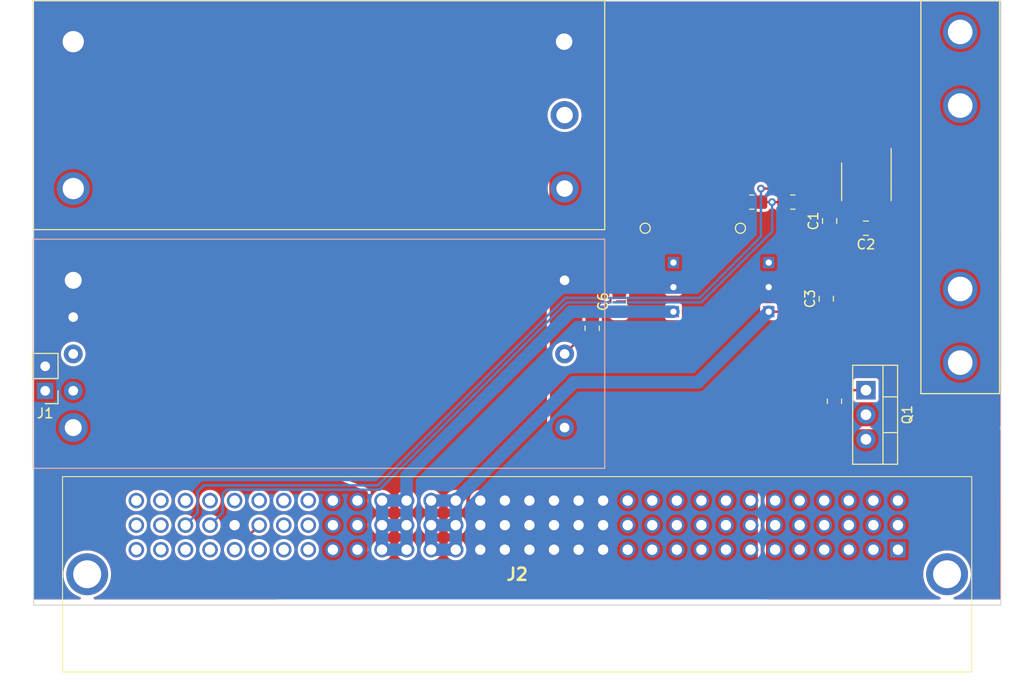
<source format=kicad_pcb>
(kicad_pcb (version 20221018) (generator pcbnew)
  (layers (0 "F.Cu" signal) (31 "B.Cu" signal) (34 "B.Paste" user) (35 "F.Paste" user) (36 "B.SilkS" user "B.Silkscreen") (37 "F.SilkS" user "F.Silkscreen") (38 "B.Mask" user) (39 "F.Mask" user) (44 "Edge.Cuts" user))
  (net 0 "")
  (net 1 "/V_POWER")
  (net 2 "+24V")
  (net 3 "/VBATT")
  (net 4 "Net-(20A1-1)")
  (net 5 "+12V")
  (net 6 "+5V")
  (net 7 "+3.3V")
  (net 8 "12V_Jetson")
  (net 19 "SW2")
  (net 20 "SW1")
  (net 21 "SDA")
  (net 22 "SCL")
  (net 30 "Net-(INPT_CRRNT_SNSR1-FILTER)")
  (net 34 "Net-(U2-ON{slash}OFF)")
  (net 35 "DAT1")
  (net 36 "DAT2")
  (footprint "Custom:1.25__FUSECLIPS" (layer "F.Cu") (at 245.9 69.3 90)
    (fp_text reference "20A1" hide)
    (fp_text value "Fuse")
    (fp_line (start -20.32 -4.064) (end 20.32 -4.064) (stroke (width 0.127)) (layer "F.SilkS"))
    (fp_line (start -20.32 4.064) (end -20.32 -4.064) (stroke (width 0.127)) (layer "F.SilkS"))
    (fp_line (start 20.32 -4.064) (end 20.32 4.064) (stroke (width 0.127)) (layer "F.SilkS"))
    (fp_line (start 20.32 4.064) (end -20.32 4.064) (stroke (width 0.127)) (layer "F.SilkS"))
    (pad "P$1" thru_hole circle (at -17.1069 0 90) (size 3.556 3.556) (drill 2.54) (layers "*.Cu" "*.Mask") (net 4 "Net-(20A1-1)"))
    (pad "P$1" thru_hole circle (at -9.4869 0 90) (size 3.556 3.556) (drill 2.54) (layers "*.Cu" "*.Mask") (net 4 "Net-(20A1-1)"))
    (pad "P$2" thru_hole circle (at 9.4869 0 90) (size 3.556 3.556) (drill 2.54) (layers "*.Cu" "*.Mask") (net 3 "/VBATT"))
    (pad "P$2" thru_hole circle (at 17.1069 0 90) (size 3.556 3.556) (drill 2.54) (layers "*.Cu" "*.Mask") (net 3 "/VBATT"))
  )
  (footprint "Custom:240W_CONV" (layer "F.Cu") (at 205 68.4 90)
    (fp_text reference "U1" hide)
    (fp_text value "~" hide)
    (fp_rect (start -4.25 -54.95) (end 19.45 4.15) (stroke (width 0.12)) (fill none) (layer "F.SilkS"))
    (pad "1" thru_hole circle (at 0 0 90) (size 2.9 2.9) (drill 1.7) (layers "*.Cu" "*.Mask") (net 1 "/V_POWER"))
    (pad "2" thru_hole circle (at 7.6 0 90) (size 2.9 2.9) (drill 1.7) (layers "*.Cu" "*.Mask"))
    (pad "3" thru_hole circle (at 15.2 -0.0508 90) (size 2.9 2.9) (drill 1.7) (layers "*.Cu" "*.Mask") (net 20 "SW1"))
    (pad "4" thru_hole circle (at 15.2 -50.8 90) (size 3.4 3.4) (drill 2.2) (layers "*.Cu" "*.Mask") (net 20 "SW1"))
    (pad "8" thru_hole circle (at 0 -50.8 90) (size 3.4 3.4) (drill 2.2) (layers "*.Cu" "*.Mask") (net 5 "+12V"))
  )
  (footprint "Capacitor_SMD:C_0805_2012Metric_Pad1.18x1.45mm_HandSolder" (layer "F.Cu") (at 232.4 71.75 90)
    (fp_text reference "C1" (at 0 -1.68 90) (layer "F.SilkS"))
    (fp_text value "47n")
    (fp_line (start -0.261252 -0.735) (end 0.261252 -0.735) (stroke (width 0.12)) (layer "F.SilkS"))
    (fp_line (start -0.261252 0.735) (end 0.261252 0.735) (stroke (width 0.12)) (layer "F.SilkS"))
    (pad "1" smd roundrect (at -1.0375 0 90) (size 1.175 1.45) (layers "F.Cu" "F.Paste" "F.Mask") (roundrect_rratio 0.2127659574) (net 30 "Net-(INPT_CRRNT_SNSR1-FILTER)"))
    (pad "2" smd roundrect (at 1.0375 0 90) (size 1.175 1.45) (layers "F.Cu" "F.Paste" "F.Mask") (roundrect_rratio 0.2127659574) (net 20 "SW1"))
  )
  (footprint "Package_SO:SOIC-8_3.9x4.9mm_P1.27mm" (layer "F.Cu") (at 236.2 67.7 -90)
    (fp_text reference "INPT_CRRNT_SNSR1" hide)
    (fp_text value "TMCS1101A4B")
    (fp_line (start 0 -2.56) (end -3.45 -2.56) (stroke (width 0.12)) (layer "F.SilkS"))
    (fp_line (start 0 -2.56) (end 1.95 -2.56) (stroke (width 0.12)) (layer "F.SilkS"))
    (fp_line (start 0 2.56) (end -1.95 2.56) (stroke (width 0.12)) (layer "F.SilkS"))
    (fp_line (start 0 2.56) (end 1.95 2.56) (stroke (width 0.12)) (layer "F.SilkS"))
    (pad "1" smd roundrect (at -2.475 -1.905 270) (size 1.95 0.6) (layers "F.Cu" "F.Paste" "F.Mask") (net 3 "/VBATT"))
    (pad "1" smd roundrect (at -2.475 -0.635 270) (size 1.95 0.6) (layers "F.Cu" "F.Paste" "F.Mask") (net 3 "/VBATT"))
    (pad "3" smd roundrect (at -2.475 0.635 270) (size 1.95 0.6) (layers "F.Cu" "F.Paste" "F.Mask") (net 1 "/V_POWER"))
    (pad "3" smd roundrect (at -2.475 1.905 270) (size 1.95 0.6) (layers "F.Cu" "F.Paste" "F.Mask") (net 1 "/V_POWER"))
    (pad "5" smd roundrect (at 2.475 1.905 270) (size 1.95 0.6) (layers "F.Cu" "F.Paste" "F.Mask") (net 20 "SW1"))
    (pad "6" smd roundrect (at 2.475 0.635 270) (size 1.95 0.6) (layers "F.Cu" "F.Paste" "F.Mask") (net 30 "Net-(INPT_CRRNT_SNSR1-FILTER)"))
    (pad "7" smd roundrect (at 2.475 -0.635 270) (size 1.95 0.6) (layers "F.Cu" "F.Paste" "F.Mask") (net 36 "DAT2"))
    (pad "8" smd roundrect (at 2.475 -1.905 270) (size 1.95 0.6) (layers "F.Cu" "F.Paste" "F.Mask") (net 6 "+5V"))
  )
  (footprint "Capacitor_SMD:C_0805_2012Metric_Pad1.18x1.45mm_HandSolder" (layer "F.Cu") (at 236.15 72.5 180)
    (fp_text reference "C2" (at 0 -1.68) (layer "F.SilkS"))
    (fp_text value "0.1u")
    (fp_line (start -0.261252 -0.735) (end 0.261252 -0.735) (stroke (width 0.12)) (layer "F.SilkS"))
    (fp_line (start -0.261252 0.735) (end 0.261252 0.735) (stroke (width 0.12)) (layer "F.SilkS"))
    (pad "1" smd roundrect (at -1.0375 0 180) (size 1.175 1.45) (layers "F.Cu" "F.Paste" "F.Mask") (roundrect_rratio 0.2127659574) (net 6 "+5V"))
    (pad "2" smd roundrect (at 1.0375 0 180) (size 1.175 1.45) (layers "F.Cu" "F.Paste" "F.Mask") (roundrect_rratio 0.2127659574) (net 20 "SW1"))
  )
  (footprint "Package_TO_SOT_THT:TO-220-3_Vertical" (layer "F.Cu") (at 236.155 89.26 -90)
    (fp_text reference "Q1" (at 2.54 -4.27 90) (layer "F.SilkS"))
    (fp_text value "FQPF27P06")
    (fp_line (start -2.58 -3.27) (end -2.58 1.371) (stroke (width 0.12)) (layer "F.SilkS"))
    (fp_line (start -2.58 -3.27) (end 7.66 -3.27) (stroke (width 0.12)) (layer "F.SilkS"))
    (fp_line (start -2.58 -1.76) (end 7.66 -1.76) (stroke (width 0.12)) (layer "F.SilkS"))
    (fp_line (start -2.58 1.371) (end 7.66 1.371) (stroke (width 0.12)) (layer "F.SilkS"))
    (fp_line (start 0.69 -3.27) (end 0.69 -1.76) (stroke (width 0.12)) (layer "F.SilkS"))
    (fp_line (start 4.391 -3.27) (end 4.391 -1.76) (stroke (width 0.12)) (layer "F.SilkS"))
    (fp_line (start 7.66 -3.27) (end 7.66 1.371) (stroke (width 0.12)) (layer "F.SilkS"))
    (pad "1" thru_hole rect (at 0 0 270) (size 1.905 2) (drill 1.1) (layers "*.Cu" "*.Mask") (net 19 "SW2"))
    (pad "2" thru_hole oval (at 2.54 0 270) (size 1.905 2) (drill 1.1) (layers "*.Cu" "*.Mask") (net 4 "Net-(20A1-1)"))
    (pad "3" thru_hole oval (at 5.08 0 270) (size 1.905 2) (drill 1.1) (layers "*.Cu" "*.Mask") (net 2 "+24V"))
  )
  (footprint "Resistor_SMD:R_0805_2012Metric_Pad1.20x1.40mm_HandSolder" (layer "F.Cu") (at 224.35 69.8)
    (fp_text reference "VDIV1(R)1" hide)
    (fp_text value "90kO")
    (fp_line (start -0.227064 -0.735) (end 0.227064 -0.735) (stroke (width 0.12)) (layer "F.SilkS"))
    (fp_line (start -0.227064 0.735) (end 0.227064 0.735) (stroke (width 0.12)) (layer "F.SilkS"))
    (pad "1" smd roundrect (at -1 0) (size 1.2 1.4) (layers "F.Cu" "F.Paste" "F.Mask") (roundrect_rratio 0.2083333333) (net 1 "/V_POWER"))
    (pad "2" smd roundrect (at 1 0) (size 1.2 1.4) (layers "F.Cu" "F.Paste" "F.Mask") (roundrect_rratio 0.2083333333) (net 35 "DAT1"))
  )
  (footprint "Custom:6509475" (layer "F.Cu") (at 239.462617 105.762442)
    (fp_text reference "J2" (at -39.37 2.545) (layer "F.SilkS") (effects (font (size 1.27 1.27) (thickness 0.254))))
    (fp_text value "~" hide)
    (fp_line (start -86.37 -7.56) (end 7.63 -7.56) (stroke (width 0.1)) (layer "F.SilkS"))
    (fp_line (start -86.37 12.65) (end -86.37 -7.56) (stroke (width 0.1)) (layer "F.SilkS"))
    (fp_line (start 7.63 -7.56) (end 7.63 12.65) (stroke (width 0.1)) (layer "F.SilkS"))
    (fp_line (start 7.63 12.65) (end -86.37 12.65) (stroke (width 0.1)) (layer "F.SilkS"))
    (pad "A1" thru_hole rect (at 0 0) (size 1.605 1.605) (drill 1.07) (layers "*.Cu" "*.Mask") (net 2 "+24V"))
    (pad "A2" thru_hole circle (at -2.54 0) (size 1.605 1.605) (drill 1.07) (layers "*.Cu" "*.Mask") (net 2 "+24V"))
    (pad "A3" thru_hole circle (at -5.08 0) (size 1.605 1.605) (drill 1.07) (layers "*.Cu" "*.Mask") (net 2 "+24V"))
    (pad "A4" thru_hole circle (at -7.62 0) (size 1.605 1.605) (drill 1.07) (layers "*.Cu" "*.Mask") (net 2 "+24V"))
    (pad "A5" thru_hole circle (at -10.16 0) (size 1.605 1.605) (drill 1.07) (layers "*.Cu" "*.Mask") (net 2 "+24V"))
    (pad "A6" thru_hole circle (at -12.7 0) (size 1.605 1.605) (drill 1.07) (layers "*.Cu" "*.Mask") (net 2 "+24V"))
    (pad "A7" thru_hole circle (at -15.24 0) (size 1.605 1.605) (drill 1.07) (layers "*.Cu" "*.Mask") (net 5 "+12V"))
    (pad "A8" thru_hole circle (at -17.78 0) (size 1.605 1.605) (drill 1.07) (layers "*.Cu" "*.Mask") (net 5 "+12V"))
    (pad "A9" thru_hole circle (at -20.32 0) (size 1.605 1.605) (drill 1.07) (layers "*.Cu" "*.Mask") (net 5 "+12V"))
    (pad "A10" thru_hole circle (at -22.86 0) (size 1.605 1.605) (drill 1.07) (layers "*.Cu" "*.Mask") (net 5 "+12V"))
    (pad "A11" thru_hole circle (at -25.4 0) (size 1.605 1.605) (drill 1.07) (layers "*.Cu" "*.Mask") (net 5 "+12V"))
    (pad "A12" thru_hole circle (at -27.94 0) (size 1.605 1.605) (drill 1.07) (layers "*.Cu" "*.Mask") (net 5 "+12V"))
    (pad "A13" thru_hole circle (at -30.48 0) (size 1.605 1.605) (drill 1.07) (layers "*.Cu" "*.Mask") (net 20 "SW1"))
    (pad "A14" thru_hole circle (at -33.02 0) (size 1.605 1.605) (drill 1.07) (layers "*.Cu" "*.Mask") (net 20 "SW1"))
    (pad "A15" thru_hole circle (at -35.56 0) (size 1.605 1.605) (drill 1.07) (layers "*.Cu" "*.Mask") (net 20 "SW1"))
    (pad "A16" thru_hole circle (at -38.1 0) (size 1.605 1.605) (drill 1.07) (layers "*.Cu" "*.Mask") (net 20 "SW1"))
    (pad "A17" thru_hole circle (at -40.64 0) (size 1.605 1.605) (drill 1.07) (layers "*.Cu" "*.Mask") (net 20 "SW1"))
    (pad "A18" thru_hole circle (at -43.18 0) (size 1.605 1.605) (drill 1.07) (layers "*.Cu" "*.Mask") (net 20 "SW1"))
    (pad "A19" thru_hole circle (at -45.72 0) (size 1.605 1.605) (drill 1.07) (layers "*.Cu" "*.Mask") (net 6 "+5V"))
    (pad "A20" thru_hole circle (at -48.26 0) (size 1.605 1.605) (drill 1.07) (layers "*.Cu" "*.Mask") (net 6 "+5V"))
    (pad "A21" thru_hole circle (at -50.8 0) (size 1.605 1.605) (drill 1.07) (layers "*.Cu" "*.Mask") (net 7 "+3.3V"))
    (pad "A22" thru_hole circle (at -53.34 0) (size 1.605 1.605) (drill 1.07) (layers "*.Cu" "*.Mask") (net 7 "+3.3V"))
    (pad "A23" thru_hole circle (at -55.88 0) (size 1.605 1.605) (drill 1.07) (layers "*.Cu" "*.Mask") (net 8 "12V_Jetson"))
    (pad "A24" thru_hole circle (at -58.42 0) (size 1.605 1.605) (drill 1.07) (layers "*.Cu" "*.Mask") (net 8 "12V_Jetson"))
    (pad "A25" thru_hole circle (at -60.96 0) (size 1.605 1.605) (drill 1.07) (layers "*.Cu" "*.Mask"))
    (pad "A26" thru_hole circle (at -63.5 0) (size 1.605 1.605) (drill 1.07) (layers "*.Cu" "*.Mask"))
    (pad "A27" thru_hole circle (at -66.04 0) (size 1.605 1.605) (drill 1.07) (layers "*.Cu" "*.Mask"))
    (pad "A28" thru_hole circle (at -68.58 0) (size 1.605 1.605) (drill 1.07) (layers "*.Cu" "*.Mask"))
    (pad "A29" thru_hole circle (at -71.12 0) (size 1.605 1.605) (drill 1.07) (layers "*.Cu" "*.Mask"))
    (pad "A30" thru_hole circle (at -73.66 0) (size 1.605 1.605) (drill 1.07) (layers "*.Cu" "*.Mask"))
    (pad "A31" thru_hole circle (at -76.2 0) (size 1.605 1.605) (drill 1.07) (layers "*.Cu" "*.Mask"))
    (pad "A32" thru_hole circle (at -78.74 0) (size 1.605 1.605) (drill 1.07) (layers "*.Cu" "*.Mask"))
    (pad "B1" thru_hole circle (at 0 -2.54) (size 1.605 1.605) (drill 1.07) (layers "*.Cu" "*.Mask") (net 2 "+24V"))
    (pad "B2" thru_hole circle (at -2.54 -2.54) (size 1.605 1.605) (drill 1.07) (layers "*.Cu" "*.Mask") (net 2 "+24V"))
    (pad "B3" thru_hole circle (at -5.08 -2.54) (size 1.605 1.605) (drill 1.07) (layers "*.Cu" "*.Mask") (net 2 "+24V"))
    (pad "B4" thru_hole circle (at -7.62 -2.54) (size 1.605 1.605) (drill 1.07) (layers "*.Cu" "*.Mask") (net 2 "+24V"))
    (pad "B5" thru_hole circle (at -10.16 -2.54) (size 1.605 1.605) (drill 1.07) (layers "*.Cu" "*.Mask") (net 2 "+24V"))
    (pad "B6" thru_hole circle (at -12.7 -2.54) (size 1.605 1.605) (drill 1.07) (layers "*.Cu" "*.Mask") (net 2 "+24V"))
    (pad "B7" thru_hole circle (at -15.24 -2.54) (size 1.605 1.605) (drill 1.07) (layers "*.Cu" "*.Mask") (net 5 "+12V"))
    (pad "B8" thru_hole circle (at -17.78 -2.54) (size 1.605 1.605) (drill 1.07) (layers "*.Cu" "*.Mask") (net 5 "+12V"))
    (pad "B9" thru_hole circle (at -20.32 -2.54) (size 1.605 1.605) (drill 1.07) (layers "*.Cu" "*.Mask") (net 5 "+12V"))
    (pad "B10" thru_hole circle (at -22.86 -2.54) (size 1.605 1.605) (drill 1.07) (layers "*.Cu" "*.Mask") (net 5 "+12V"))
    (pad "B11" thru_hole circle (at -25.4 -2.54) (size 1.605 1.605) (drill 1.07) (layers "*.Cu" "*.Mask") (net 5 "+12V"))
    (pad "B12" thru_hole circle (at -27.94 -2.54) (size 1.605 1.605) (drill 1.07) (layers "*.Cu" "*.Mask") (net 5 "+12V"))
    (pad "B13" thru_hole circle (at -30.48 -2.54) (size 1.605 1.605) (drill 1.07) (layers "*.Cu" "*.Mask") (net 20 "SW1"))
    (pad "B14" thru_hole circle (at -33.02 -2.54) (size 1.605 1.605) (drill 1.07) (layers "*.Cu" "*.Mask") (net 20 "SW1"))
    (pad "B15" thru_hole circle (at -35.56 -2.54) (size 1.605 1.605) (drill 1.07) (layers "*.Cu" "*.Mask") (net 20 "SW1"))
    (pad "B16" thru_hole circle (at -38.1 -2.54) (size 1.605 1.605) (drill 1.07) (layers "*.Cu" "*.Mask") (net 20 "SW1"))
    (pad "B17" thru_hole circle (at -40.64 -2.54) (size 1.605 1.605) (drill 1.07) (layers "*.Cu" "*.Mask") (net 20 "SW1"))
    (pad "B18" thru_hole circle (at -43.18 -2.54) (size 1.605 1.605) (drill 1.07) (layers "*.Cu" "*.Mask") (net 20 "SW1"))
    (pad "B19" thru_hole circle (at -45.72 -2.54) (size 1.605 1.605) (drill 1.07) (layers "*.Cu" "*.Mask") (net 6 "+5V"))
    (pad "B20" thru_hole circle (at -48.26 -2.54) (size 1.605 1.605) (drill 1.07) (layers "*.Cu" "*.Mask") (net 6 "+5V"))
    (pad "B21" thru_hole circle (at -50.8 -2.54) (size 1.605 1.605) (drill 1.07) (layers "*.Cu" "*.Mask") (net 7 "+3.3V"))
    (pad "B22" thru_hole circle (at -53.34 -2.54) (size 1.605 1.605) (drill 1.07) (layers "*.Cu" "*.Mask") (net 7 "+3.3V"))
    (pad "B23" thru_hole circle (at -55.88 -2.54) (size 1.605 1.605) (drill 1.07) (layers "*.Cu" "*.Mask") (net 8 "12V_Jetson"))
    (pad "B24" thru_hole circle (at -58.42 -2.54) (size 1.605 1.605) (drill 1.07) (layers "*.Cu" "*.Mask") (net 8 "12V_Jetson"))
    (pad "B25" thru_hole circle (at -60.96 -2.54) (size 1.605 1.605) (drill 1.07) (layers "*.Cu" "*.Mask"))
    (pad "B26" thru_hole circle (at -63.5 -2.54) (size 1.605 1.605) (drill 1.07) (layers "*.Cu" "*.Mask"))
    (pad "B27" thru_hole circle (at -66.04 -2.54) (size 1.605 1.605) (drill 1.07) (layers "*.Cu" "*.Mask") (net 19 "SW2"))
    (pad "B28" thru_hole circle (at -68.58 -2.54) (size 1.605 1.605) (drill 1.07) (layers "*.Cu" "*.Mask") (net 20 "SW1"))
    (pad "B29" thru_hole circle (at -71.12 -2.54) (size 1.605 1.605) (drill 1.07) (layers "*.Cu" "*.Mask") (net 35 "DAT1"))
    (pad "B30" thru_hole circle (at -73.66 -2.54) (size 1.605 1.605) (drill 1.07) (layers "*.Cu" "*.Mask") (net 36 "DAT2"))
    (pad "B31" thru_hole circle (at -76.2 -2.54) (size 1.605 1.605) (drill 1.07) (layers "*.Cu" "*.Mask") (net 21 "SDA"))
    (pad "B32" thru_hole circle (at -78.74 -2.54) (size 1.605 1.605) (drill 1.07) (layers "*.Cu" "*.Mask") (net 22 "SCL"))
    (pad "C1" thru_hole circle (at 0 -5.08) (size 1.605 1.605) (drill 1.07) (layers "*.Cu" "*.Mask") (net 2 "+24V"))
    (pad "C2" thru_hole circle (at -2.54 -5.08) (size 1.605 1.605) (drill 1.07) (layers "*.Cu" "*.Mask") (net 2 "+24V"))
    (pad "C3" thru_hole circle (at -5.08 -5.08) (size 1.605 1.605) (drill 1.07) (layers "*.Cu" "*.Mask") (net 2 "+24V"))
    (pad "C4" thru_hole circle (at -7.62 -5.08) (size 1.605 1.605) (drill 1.07) (layers "*.Cu" "*.Mask") (net 2 "+24V"))
    (pad "C5" thru_hole circle (at -10.16 -5.08) (size 1.605 1.605) (drill 1.07) (layers "*.Cu" "*.Mask") (net 2 "+24V"))
    (pad "C6" thru_hole circle (at -12.7 -5.08) (size 1.605 1.605) (drill 1.07) (layers "*.Cu" "*.Mask") (net 2 "+24V"))
    (pad "C7" thru_hole circle (at -15.24 -5.08) (size 1.605 1.605) (drill 1.07) (layers "*.Cu" "*.Mask") (net 5 "+12V"))
    (pad "C8" thru_hole circle (at -17.78 -5.08) (size 1.605 1.605) (drill 1.07) (layers "*.Cu" "*.Mask") (net 5 "+12V"))
    (pad "C9" thru_hole circle (at -20.32 -5.08) (size 1.605 1.605) (drill 1.07) (layers "*.Cu" "*.Mask") (net 5 "+12V"))
    (pad "C10" thru_hole circle (at -22.86 -5.08) (size 1.605 1.605) (drill 1.07) (layers "*.Cu" "*.Mask") (net 5 "+12V"))
    (pad "C11" thru_hole circle (at -25.4 -5.08) (size 1.605 1.605) (drill 1.07) (layers "*.Cu" "*.Mask") (net 5 "+12V"))
    (pad "C12" thru_hole circle (at -27.94 -5.08) (size 1.605 1.605) (drill 1.07) (layers "*.Cu" "*.Mask") (net 5 "+12V"))
    (pad "C13" thru_hole circle (at -30.48 -5.08) (size 1.605 1.605) (drill 1.07) (layers "*.Cu" "*.Mask") (net 20 "SW1"))
    (pad "C14" thru_hole circle (at -33.02 -5.08) (size 1.605 1.605) (drill 1.07) (layers "*.Cu" "*.Mask") (net 20 "SW1"))
    (pad "C15" thru_hole circle (at -35.56 -5.08) (size 1.605 1.605) (drill 1.07) (layers "*.Cu" "*.Mask") (net 20 "SW1"))
    (pad "C16" thru_hole circle (at -38.1 -5.08) (size 1.605 1.605) (drill 1.07) (layers "*.Cu" "*.Mask") (net 20 "SW1"))
    (pad "C17" thru_hole circle (at -40.64 -5.08) (size 1.605 1.605) (drill 1.07) (layers "*.Cu" "*.Mask") (net 20 "SW1"))
    (pad "C18" thru_hole circle (at -43.18 -5.08) (size 1.605 1.605) (drill 1.07) (layers "*.Cu" "*.Mask") (net 20 "SW1"))
    (pad "C19" thru_hole circle (at -45.72 -5.08) (size 1.605 1.605) (drill 1.07) (layers "*.Cu" "*.Mask") (net 6 "+5V"))
    (pad "C20" thru_hole circle (at -48.26 -5.08) (size 1.605 1.605) (drill 1.07) (layers "*.Cu" "*.Mask") (net 6 "+5V"))
    (pad "C21" thru_hole circle (at -50.8 -5.08) (size 1.605 1.605) (drill 1.07) (layers "*.Cu" "*.Mask") (net 7 "+3.3V"))
    (pad "C22" thru_hole circle (at -53.34 -5.08) (size 1.605 1.605) (drill 1.07) (layers "*.Cu" "*.Mask") (net 7 "+3.3V"))
    (pad "C23" thru_hole circle (at -55.88 -5.08) (size 1.605 1.605) (drill 1.07) (layers "*.Cu" "*.Mask") (net 8 "12V_Jetson"))
    (pad "C24" thru_hole circle (at -58.42 -5.08) (size 1.605 1.605) (drill 1.07) (layers "*.Cu" "*.Mask") (net 8 "12V_Jetson"))
    (pad "C25" thru_hole circle (at -60.96 -5.08) (size 1.605 1.605) (drill 1.07) (layers "*.Cu" "*.Mask"))
    (pad "C26" thru_hole circle (at -63.5 -5.08) (size 1.605 1.605) (drill 1.07) (layers "*.Cu" "*.Mask"))
    (pad "C27" thru_hole circle (at -66.04 -5.08) (size 1.605 1.605) (drill 1.07) (layers "*.Cu" "*.Mask"))
    (pad "C28" thru_hole circle (at -68.58 -5.08) (size 1.605 1.605) (drill 1.07) (layers "*.Cu" "*.Mask"))
    (pad "C29" thru_hole circle (at -71.12 -5.08) (size 1.605 1.605) (drill 1.07) (layers "*.Cu" "*.Mask"))
    (pad "C30" thru_hole circle (at -73.66 -5.08) (size 1.605 1.605) (drill 1.07) (layers "*.Cu" "*.Mask"))
    (pad "C31" thru_hole circle (at -76.2 -5.08) (size 1.605 1.605) (drill 1.07) (layers "*.Cu" "*.Mask"))
    (pad "C32" thru_hole circle (at -78.74 -5.08) (size 1.605 1.605) (drill 1.07) (layers "*.Cu" "*.Mask"))
    (pad "MH1" thru_hole circle (at 5.08 2.54) (size 4.335 4.335) (drill 2.89) (layers "*.Cu" "*.Mask"))
    (pad "MH2" thru_hole circle (at -83.82 2.54) (size 4.335 4.335) (drill 2.89) (layers "*.Cu" "*.Mask"))
  )
  (footprint "Resistor_SMD:R_0805_2012Metric_Pad1.20x1.40mm_HandSolder" (layer "F.Cu") (at 232.9 90.4 90)
    (fp_text reference "RSW1" hide)
    (fp_text value "10kO")
    (fp_line (start -0.227064 -0.735) (end 0.227064 -0.735) (stroke (width 0.12)) (layer "F.SilkS"))
    (fp_line (start -0.227064 0.735) (end 0.227064 0.735) (stroke (width 0.12)) (layer "F.SilkS"))
    (pad "1" smd roundrect (at -1 0 90) (size 1.2 1.4) (layers "F.Cu" "F.Paste" "F.Mask") (roundrect_rratio 0.2083333333) (net 2 "+24V"))
    (pad "2" smd roundrect (at 1 0 90) (size 1.2 1.4) (layers "F.Cu" "F.Paste" "F.Mask") (roundrect_rratio 0.2083333333) (net 19 "SW2"))
  )
  (footprint "Custom:TSR2" (layer "F.Cu") (at 216.25 78.6 -90)
    (fp_text reference "DC/DC_CNVRT2" hide)
    (fp_text value "TSR2-2433" hide)
    (fp_circle (center -6.096 2.921) (end -5.572366 2.921) (stroke (width 0.127)) (fill none) (layer "F.SilkS"))
    (pad "1" thru_hole rect (at -2.54 0 270) (size 1.158 1.158) (drill 0.65) (layers "*.Cu" "*.Mask") (net 1 "/V_POWER"))
    (pad "2" thru_hole rect (at 0 0 270) (size 1.158 1.158) (drill 0.65) (layers "*.Cu" "*.Mask") (net 20 "SW1"))
    (pad "3" thru_hole rect (at 2.54 0 270) (size 1.158 1.158) (drill 0.65) (layers "*.Cu" "*.Mask") (net 7 "+3.3V"))
  )
  (footprint "Custom:TSR2" (layer "F.Cu") (at 226.1 78.6 -90)
    (fp_text reference "DC/DC_CNVRT1" hide)
    (fp_text value "TSR2-2450" hide)
    (fp_circle (center -6.096 2.921) (end -5.572366 2.921) (stroke (width 0.127)) (fill none) (layer "F.SilkS"))
    (pad "1" thru_hole rect (at -2.54 0 270) (size 1.158 1.158) (drill 0.65) (layers "*.Cu" "*.Mask") (net 1 "/V_POWER"))
    (pad "2" thru_hole rect (at 0 0 270) (size 1.158 1.158) (drill 0.65) (layers "*.Cu" "*.Mask") (net 20 "SW1"))
    (pad "3" thru_hole rect (at 2.54 0 270) (size 1.158 1.158) (drill 0.65) (layers "*.Cu" "*.Mask") (net 6 "+5V"))
  )
  (footprint "Capacitor_SMD:C_0805_2012Metric_Pad1.18x1.45mm_HandSolder" (layer "F.Cu") (at 210.65 80.1 90)
    (fp_text reference "C6" (at 0 -1.68 90) (layer "F.SilkS"))
    (fp_text value "1u")
    (fp_line (start -0.261252 -0.735) (end 0.261252 -0.735) (stroke (width 0.12)) (layer "F.SilkS"))
    (fp_line (start -0.261252 0.735) (end 0.261252 0.735) (stroke (width 0.12)) (layer "F.SilkS"))
    (pad "1" smd roundrect (at -1.0375 0 90) (size 1.175 1.45) (layers "F.Cu" "F.Paste" "F.Mask") (roundrect_rratio 0.2127659574) (net 7 "+3.3V"))
    (pad "2" smd roundrect (at 1.0375 0 90) (size 1.175 1.45) (layers "F.Cu" "F.Paste" "F.Mask") (roundrect_rratio 0.2127659574) (net 20 "SW1"))
  )
  (footprint "Capacitor_SMD:C_0805_2012Metric_Pad1.18x1.45mm_HandSolder" (layer "F.Cu") (at 232.05 79.8 90)
    (fp_text reference "C3" (at 0 -1.68 90) (layer "F.SilkS"))
    (fp_text value "1u")
    (fp_line (start -0.261252 -0.735) (end 0.261252 -0.735) (stroke (width 0.12)) (layer "F.SilkS"))
    (fp_line (start -0.261252 0.735) (end 0.261252 0.735) (stroke (width 0.12)) (layer "F.SilkS"))
    (pad "1" smd roundrect (at -1.0375 0 90) (size 1.175 1.45) (layers "F.Cu" "F.Paste" "F.Mask") (roundrect_rratio 0.2127659574) (net 6 "+5V"))
    (pad "2" smd roundrect (at 1.0375 0 90) (size 1.175 1.45) (layers "F.Cu" "F.Paste" "F.Mask") (roundrect_rratio 0.2127659574) (net 20 "SW1"))
  )
  (footprint "Resistor_SMD:R_0805_2012Metric_Pad1.20x1.40mm_HandSolder" (layer "F.Cu") (at 207.85 82.85 90)
    (fp_text reference "RSW2" hide)
    (fp_text value "10kO")
    (fp_line (start -0.227064 -0.735) (end 0.227064 -0.735) (stroke (width 0.12)) (layer "F.SilkS"))
    (fp_line (start -0.227064 0.735) (end 0.227064 0.735) (stroke (width 0.12)) (layer "F.SilkS"))
    (pad "1" smd roundrect (at -1 0 90) (size 1.2 1.4) (layers "F.Cu" "F.Paste" "F.Mask") (roundrect_rratio 0.2083333333) (net 34 "Net-(U2-ON{slash}OFF)"))
    (pad "2" smd roundrect (at 1 0 90) (size 1.2 1.4) (layers "F.Cu" "F.Paste" "F.Mask") (roundrect_rratio 0.2083333333) (net 20 "SW1"))
  )
  (footprint "Connector_PinHeader_2.54mm:PinHeader_1x02_P2.54mm_Vertical" (layer "F.Cu") (at 151.3 89.325 180)
    (fp_text reference "J1" (at 0 -2.33) (layer "F.SilkS"))
    (fp_text value "Conn_01x02")
    (fp_line (start -1.33 -1.33) (end 0 -1.33) (stroke (width 0.12)) (layer "F.SilkS"))
    (fp_line (start -1.33 0) (end -1.33 -1.33) (stroke (width 0.12)) (layer "F.SilkS"))
    (fp_line (start -1.33 1.27) (end -1.33 3.87) (stroke (width 0.12)) (layer "F.SilkS"))
    (fp_line (start -1.33 1.27) (end 1.33 1.27) (stroke (width 0.12)) (layer "F.SilkS"))
    (fp_line (start -1.33 3.87) (end 1.33 3.87) (stroke (width 0.12)) (layer "F.SilkS"))
    (fp_line (start 1.33 1.27) (end 1.33 3.87) (stroke (width 0.12)) (layer "F.SilkS"))
    (pad "1" thru_hole rect (at 0 0 180) (size 1.7 1.7) (drill 1) (layers "*.Cu" "*.Mask") (net 8 "12V_Jetson"))
    (pad "2" thru_hole oval (at 0 2.54 180) (size 1.7 1.7) (drill 1) (layers "*.Cu" "*.Mask") (net 20 "SW1"))
  )
  (footprint "Resistor_SMD:R_0805_2012Metric_Pad1.20x1.40mm_HandSolder" (layer "F.Cu") (at 228.6 69.8)
    (fp_text reference "VDIV2(R)1" hide)
    (fp_text value "10kO")
    (fp_line (start -0.227064 -0.735) (end 0.227064 -0.735) (stroke (width 0.12)) (layer "F.SilkS"))
    (fp_line (start -0.227064 0.735) (end 0.227064 0.735) (stroke (width 0.12)) (layer "F.SilkS"))
    (pad "1" smd roundrect (at -1 0) (size 1.2 1.4) (layers "F.Cu" "F.Paste" "F.Mask") (roundrect_rratio 0.2083333333) (net 35 "DAT1"))
    (pad "2" smd roundrect (at 1 0) (size 1.2 1.4) (layers "F.Cu" "F.Paste" "F.Mask") (roundrect_rratio 0.2083333333) (net 20 "SW1"))
  )
  (footprint "Custom:72W_CONV" (layer "B.Cu") (at 205 77.89 -90)
    (fp_text reference "U2" hide)
    (fp_text value "~")
    (fp_rect (start -4.25 54.95) (end 19.45 -4.15) (stroke (width 0.12)) (fill none) (layer "B.SilkS"))
    (pad "1" thru_hole circle (at 15.24 0 270) (size 1.95 1.95) (drill 1) (layers "*.Cu" "*.Mask") (net 1 "/V_POWER"))
    (pad "2" thru_hole circle (at 7.62 0 270) (size 1.95 1.95) (drill 1) (layers "*.Cu" "*.Mask") (net 34 "Net-(U2-ON{slash}OFF)"))
    (pad "3" thru_hole circle (at 0 0 270) (size 1.95 1.95) (drill 1) (layers "*.Cu" "*.Mask") (net 20 "SW1"))
    (pad "4" thru_hole circle (at 0 50.8 270) (size 3 3) (drill 1.75) (layers "*.Cu" "*.Mask") (net 20 "SW1"))
    (pad "5" thru_hole circle (at 3.81 50.8 270) (size 1.95 1.95) (drill 1) (layers "*.Cu" "*.Mask") (net 20 "SW1"))
    (pad "6" thru_hole circle (at 7.62 50.8 270) (size 1.95 1.95) (drill 1) (layers "*.Cu" "*.Mask"))
    (pad "7" thru_hole circle (at 11.43 50.8 270) (size 1.95 1.95) (drill 1) (layers "*.Cu" "*.Mask") (net 8 "12V_Jetson"))
    (pad "8" thru_hole circle (at 15.24 50.8 270) (size 3 3) (drill 1.75) (layers "*.Cu" "*.Mask") (net 8 "12V_Jetson"))
  )
  (gr_rect (start 150.1 49) (end 250.1 111.5) (stroke (width 0.1)) (fill none) (layer "Edge.Cuts"))
  (segment (start 232.9 91.4) (end 232.9 93.7) (width 0.25) (layer "F.Cu") (net 2))
  (segment (start 237.1875 72.687069) (end 235.874569 74) (width 0.25) (layer "F.Cu") (net 6))
  (segment (start 235.874569 74) (end 235.6 74) (width 0.25) (layer "F.Cu") (net 6))
  (segment (start 233.75 75.85) (end 233.75 79.1375) (width 0.25) (layer "F.Cu") (net 6))
  (segment (start 238.105 71.5825) (end 238.105 70.175) (width 0.25) (layer "F.Cu") (net 6))
  (segment (start 233.75 79.1375) (end 232.05 80.8375) (width 0.25) (layer "F.Cu") (net 6))
  (segment (start 231.7475 81.14) (end 226.1 81.14) (width 0.25) (layer "F.Cu") (net 6))
  (segment (start 237.1875 72.5) (end 237.1875 72.687069) (width 0.25) (layer "F.Cu") (net 6))
  (segment (start 232.05 80.8375) (end 231.7475 81.14) (width 0.25) (layer "F.Cu") (net 6))
  (segment (start 235.6 74) (end 233.75 75.85) (width 0.25) (layer "F.Cu") (net 6))
  (segment (start 237.1875 72.5) (end 238.105 71.5825) (width 0.25) (layer "F.Cu") (net 6))
  (segment (start 226.1 81.14) (end 218.79 88.45) (width 1.3) (layer "B.Cu") (net 6))
  (segment (start 191.202617 100.682442) (end 193.742617 100.682442) (width 1.3) (layer "B.Cu") (net 6))
  (segment (start 191.202617 103.222442) (end 193.742617 103.222442) (width 1.3) (layer "B.Cu") (net 6))
  (segment (start 218.79 88.45) (end 205.95 88.45) (width 1.3) (layer "B.Cu") (net 6))
  (segment (start 205.95 88.45) (end 205.95 88.475059) (width 1.3) (layer "B.Cu") (net 6))
  (segment (start 191.202617 105.762442) (end 191.202617 100.682442) (width 1.3) (layer "B.Cu") (net 6))
  (segment (start 193.742617 105.762442) (end 191.202617 105.762442) (width 1.3) (layer "B.Cu") (net 6))
  (segment (start 193.742617 100.682442) (end 193.742617 105.762442) (width 1.3) (layer "B.Cu") (net 6))
  (segment (start 205.95 88.475059) (end 193.742617 100.682442) (width 1.3) (layer "B.Cu") (net 6))
  (segment (start 210.6525 81.14) (end 216.25 81.14) (width 0.25) (layer "F.Cu") (net 7))
  (segment (start 210.65 81.1375) (end 210.6525 81.14) (width 0.25) (layer "F.Cu") (net 7))
  (segment (start 188.662617 105.762442) (end 186.122617 105.762442) (width 1.3) (layer "B.Cu") (net 7))
  (segment (start 186.122617 100.682442) (end 188.662617 100.682442) (width 1.3) (layer "B.Cu") (net 7))
  (segment (start 186.122617 103.222442) (end 188.662617 103.222442) (width 1.3) (layer "B.Cu") (net 7))
  (segment (start 188.662617 98.142442) (end 188.662617 105.762442) (width 1.3) (layer "B.Cu") (net 7))
  (segment (start 216.25 81.14) (end 205.665059 81.14) (width 1.3) (layer "B.Cu") (net 7))
  (segment (start 205.665059 81.14) (end 188.662617 98.142442) (width 1.3) (layer "B.Cu") (net 7))
  (segment (start 186.122617 105.762442) (end 186.122617 100.682442) (width 1.3) (layer "B.Cu") (net 7))
  (segment (start 173.422617 103.222442) (end 172.15 104.495059) (width 0.25) (layer "F.Cu") (net 19))
  (segment (start 172.15 106.9) (end 175.9 110.65) (width 0.25) (layer "F.Cu") (net 19))
  (segment (start 172.15 104.495059) (end 172.15 106.9) (width 0.25) (layer "F.Cu") (net 19))
  (segment (start 221.95 110.65) (end 225.4 107.2) (width 0.25) (layer "F.Cu") (net 19))
  (segment (start 225.4 107.2) (end 225.4 92.586827) (width 0.25) (layer "F.Cu") (net 19))
  (segment (start 175.9 110.65) (end 221.95 110.65) (width 0.25) (layer "F.Cu") (net 19))
  (segment (start 225.4 92.586827) (end 228.726827 89.26) (width 0.25) (layer "F.Cu") (net 19))
  (segment (start 228.726827 89.26) (end 236.155 89.26) (width 0.25) (layer "F.Cu") (net 19))
  (segment (start 211.1125 78.6) (end 216.25 78.6) (width 0.25) (layer "F.Cu") (net 20))
  (segment (start 210.65 79.0625) (end 211.1125 78.6) (width 0.25) (layer "F.Cu") (net 20))
  (segment (start 231.35 71.55) (end 231.35 71.7625) (width 0.25) (layer "F.Cu") (net 20))
  (segment (start 233.7575 70.7125) (end 234.295 70.175) (width 0.25) (layer "F.Cu") (net 20))
  (segment (start 207.85 81.85) (end 207.8625 81.85) (width 0.25) (layer "F.Cu") (net 20))
  (segment (start 232.25 70.7125) (end 233.7575 70.7125) (width 0.25) (layer "F.Cu") (net 20))
  (segment (start 232.4 70.7125) (end 232.1875 70.7125) (width 0.25) (layer "F.Cu") (net 20))
  (segment (start 229.6 69.8) (end 231.35 71.55) (width 0.25) (layer "F.Cu") (net 20))
  (segment (start 231.35 78.0625) (end 232.05 78.7625) (width 0.25) (layer "F.Cu") (net 20))
  (segment (start 232.1875 70.7125) (end 231.35 71.55) (width 0.25) (layer "F.Cu") (net 20))
  (segment (start 231.35 71.7625) (end 231.35 78.0625) (width 0.25) (layer "F.Cu") (net 20))
  (segment (start 231.8875 78.6) (end 226.1 78.6) (width 0.25) (layer "F.Cu") (net 20))
  (segment (start 234.295 71.6825) (end 234.295 70.175) (width 0.25) (layer "F.Cu") (net 20))
  (segment (start 235.1125 72.5) (end 234.295 71.6825) (width 0.25) (layer "F.Cu") (net 20))
  (segment (start 207.8625 81.85) (end 210.65 79.0625) (width 0.25) (layer "F.Cu") (net 20))
  (segment (start 232.05 78.7625) (end 231.8875 78.6) (width 0.25) (layer "F.Cu") (net 20))
  (segment (start 236.025 70.635) (end 235.565 70.175) (width 0.25) (layer "F.Cu") (net 30))
  (segment (start 236.025 73.213173) (end 236.025 70.635) (width 0.25) (layer "F.Cu") (net 30))
  (segment (start 233.0125 73.55) (end 235.688173 73.55) (width 0.25) (layer "F.Cu") (net 30))
  (segment (start 232.25 72.7875) (end 233.0125 73.55) (width 0.25) (layer "F.Cu") (net 30))
  (segment (start 235.688173 73.55) (end 236.025 73.213173) (width 0.25) (layer "F.Cu") (net 30))
  (segment (start 207.85 83.85) (end 206.66 83.85) (width 0.25) (layer "F.Cu") (net 34))
  (segment (start 206.66 83.85) (end 205 85.51) (width 0.25) (layer "F.Cu") (net 34))
  (segment (start 226.45 69.8) (end 227.6 69.8) (width 0.25) (layer "F.Cu") (net 35))
  (segment (start 225.35 69.8) (end 226.45 69.8) (width 0.25) (layer "F.Cu") (net 35))
  (via (at 226.45 69.8) (size 0.8) (drill 0.4) (layers "F.Cu" "B.Cu") (net 35))
  (segment (start 170.045058 99.554942) (end 169.65 99.95) (width 0.25) (layer "B.Cu") (net 35))
  (segment (start 219.135 80.165) (end 212.1 80.165) (width 0.25) (layer "B.Cu") (net 35))
  (segment (start 212.735 80.165) (end 205.261201 80.165) (width 0.25) (layer "B.Cu") (net 35))
  (segment (start 205.261201 80.165) (end 185.871259 99.554942) (width 0.25) (layer "B.Cu") (net 35))
  (segment (start 226.45 69.8) (end 226.45 72.85) (width 0.25) (layer "B.Cu") (net 35))
  (segment (start 169.65 99.95) (end 169.65 101.915059) (width 0.25) (layer "B.Cu") (net 35))
  (segment (start 169.65 101.915059) (end 168.342617 103.222442) (width 0.25) (layer "B.Cu") (net 35))
  (segment (start 226.45 72.85) (end 219.135 80.165) (width 0.25) (layer "B.Cu") (net 35))
  (segment (start 185.871259 99.554942) (end 170.045058 99.554942) (width 0.25) (layer "B.Cu") (net 35))
  (segment (start 236.835 69.798249) (end 236.835 70.175) (width 0.25) (layer "F.Cu") (net 36))
  (segment (start 225.4 68.4) (end 225.3 68.4) (width 0.25) (layer "F.Cu") (net 36))
  (segment (start 225.3 68.4) (end 235.436751 68.4) (width 0.25) (layer "F.Cu") (net 36))
  (segment (start 235.436751 68.4) (end 236.835 69.798249) (width 0.25) (layer "F.Cu") (net 36))
  (via (at 225.3 68.4) (size 0.8) (drill 0.4) (layers "F.Cu" "B.Cu") (net 36))
  (segment (start 218.948604 79.715) (end 225.3 73.363604) (width 0.25) (layer "B.Cu") (net 36))
  (segment (start 225.3 73.363604) (end 225.3 68.4) (width 0.25) (layer "B.Cu") (net 36))
  (segment (start 167.05 99.750001) (end 167.695059 99.104942) (width 0.25) (layer "B.Cu") (net 36))
  (segment (start 167.695059 99.104942) (end 185.684863 99.104942) (width 0.25) (layer "B.Cu") (net 36))
  (segment (start 165.802617 103.222442) (end 167.05 101.975059) (width 0.25) (layer "B.Cu") (net 36))
  (segment (start 185.684863 99.104942) (end 205.074805 79.715) (width 0.25) (layer "B.Cu") (net 36))
  (segment (start 205.074805 79.715) (end 218.948604 79.715) (width 0.25) (layer "B.Cu") (net 36))
  (segment (start 167.05 101.975059) (end 167.05 99.750001) (width 0.25) (layer "B.Cu") (net 36))
  (zone (net 2) (net_name "+24V") (layer "F.Cu") (priority 2) (connect_pads yes (clearance 0.3)) (min_thickness 0.25) (fill yes (thermal_gap 0.5) (thermal_bridge_width 0.5))
    (polygon (pts (xy 225.6 110.9) (xy 250.1 110.9) (xy 250.1 93) (xy 225.6 93)))
  )
  (zone (net 1) (net_name "/V_POWER") (layer "F.Cu") (priority 1) (connect_pads yes (clearance 0.3)) (min_thickness 0.25) (fill yes (thermal_gap 0.5) (thermal_bridge_width 0.5))
    (polygon (pts (xy 250.1 110.9) (xy 250.1 49) (xy 150.1 49) (xy 150.1 110.9)))
  )
  (zone (net 3) (net_name "/VBATT") (layer "F.Cu") (priority 4) (connect_pads yes (clearance 0.3)) (min_thickness 0.25) (fill yes (thermal_gap 0.5) (thermal_bridge_width 0.5))
    (polygon (pts (xy 236.3 73.2) (xy 250.1 73.2) (xy 250.1 49) (xy 236.3 49)))
  )
  (zone (net 8) (net_name "12V_Jetson") (layer "F.Cu") (priority 11) (connect_pads yes (clearance 0.3)) (min_thickness 0.25) (fill yes (thermal_gap 0.5) (thermal_bridge_width 0.5))
    (polygon (pts (xy 155.75 88.05) (xy 150.1 88.05) (xy 150.1 110.9) (xy 184.65 110.9) (xy 184.65 99.75)))
  )
  (zone (net 4) (net_name "Net-(20A1-1)") (layer "F.Cu") (priority 3) (connect_pads yes (clearance 0.3)) (min_thickness 0.25) (fill yes (thermal_gap 0.5) (thermal_bridge_width 0.5))
    (polygon (pts (xy 233.9 93) (xy 250.1 93) (xy 250.1 73.5) (xy 233.9 73.5)))
  )
  (zone (net 5) (net_name "+12V") (layer "F.Cu") (priority 7) (connect_pads yes (clearance 0.3)) (min_thickness 0.25) (fill yes (thermal_gap 0.5) (thermal_bridge_width 0.5))
    (polygon (pts (xy 150.099623 49.2) (xy 150.099623 111.1) (xy 225.599623 111.1) (xy 225.549623 94.9) (xy 203.2 94.9) (xy 203.05 49)))
  )
  (zone (net 20) (net_name "SW1") (layer "B.Cu") (connect_pads yes (clearance 0.3)) (min_thickness 0.25) (fill yes (thermal_gap 0.5) (thermal_bridge_width 0.5))
    (polygon (pts (xy 250 110.9) (xy 250.1 49) (xy 150.1 49) (xy 150.1 110.9)))
  )
)
</source>
